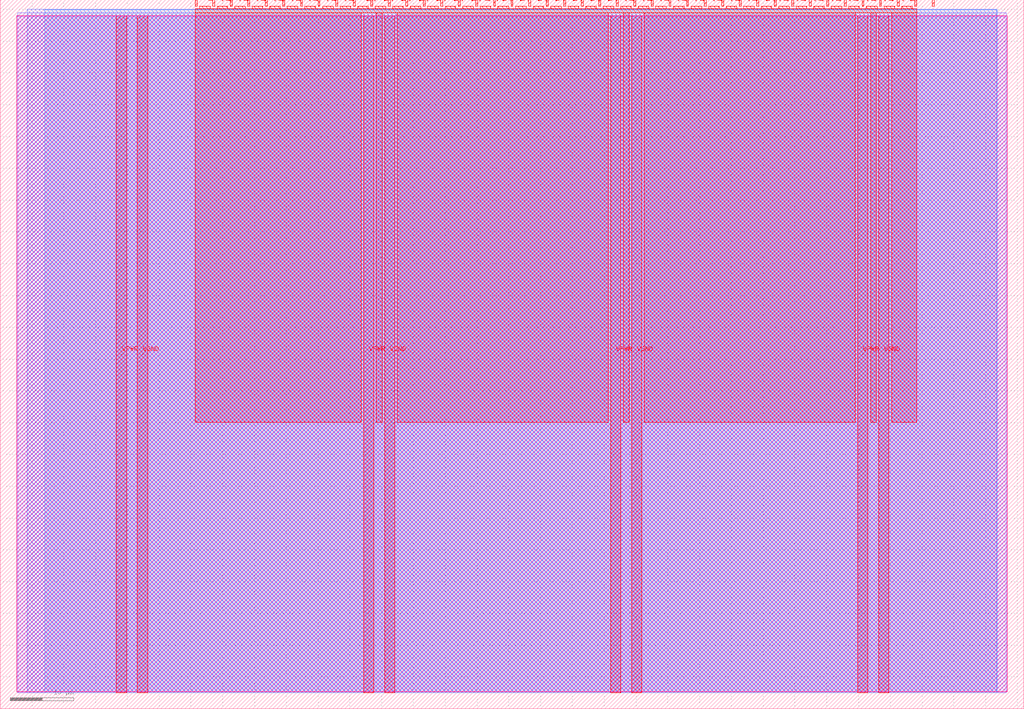
<source format=lef>
VERSION 5.7 ;
  NOWIREEXTENSIONATPIN ON ;
  DIVIDERCHAR "/" ;
  BUSBITCHARS "[]" ;
MACRO tt_um_urish_simon
  CLASS BLOCK ;
  FOREIGN tt_um_urish_simon ;
  ORIGIN 0.000 0.000 ;
  SIZE 161.000 BY 111.520 ;
  PIN VGND
    DIRECTION INOUT ;
    USE GROUND ;
    PORT
      LAYER met4 ;
        RECT 21.580 2.480 23.180 109.040 ;
    END
    PORT
      LAYER met4 ;
        RECT 60.450 2.480 62.050 109.040 ;
    END
    PORT
      LAYER met4 ;
        RECT 99.320 2.480 100.920 109.040 ;
    END
    PORT
      LAYER met4 ;
        RECT 138.190 2.480 139.790 109.040 ;
    END
  END VGND
  PIN VPWR
    DIRECTION INOUT ;
    USE POWER ;
    PORT
      LAYER met4 ;
        RECT 18.280 2.480 19.880 109.040 ;
    END
    PORT
      LAYER met4 ;
        RECT 57.150 2.480 58.750 109.040 ;
    END
    PORT
      LAYER met4 ;
        RECT 96.020 2.480 97.620 109.040 ;
    END
    PORT
      LAYER met4 ;
        RECT 134.890 2.480 136.490 109.040 ;
    END
  END VPWR
  PIN clk
    DIRECTION INPUT ;
    USE SIGNAL ;
    ANTENNAGATEAREA 0.196500 ;
    PORT
      LAYER met4 ;
        RECT 143.830 110.520 144.130 111.520 ;
    END
  END clk
  PIN ena
    DIRECTION INPUT ;
    USE SIGNAL ;
    PORT
      LAYER met4 ;
        RECT 146.590 110.520 146.890 111.520 ;
    END
  END ena
  PIN rst_n
    DIRECTION INPUT ;
    USE SIGNAL ;
    ANTENNAGATEAREA 0.196500 ;
    PORT
      LAYER met4 ;
        RECT 141.070 110.520 141.370 111.520 ;
    END
  END rst_n
  PIN ui_in[0]
    DIRECTION INPUT ;
    USE SIGNAL ;
    ANTENNAGATEAREA 0.126000 ;
    PORT
      LAYER met4 ;
        RECT 138.310 110.520 138.610 111.520 ;
    END
  END ui_in[0]
  PIN ui_in[1]
    DIRECTION INPUT ;
    USE SIGNAL ;
    ANTENNAGATEAREA 0.213000 ;
    PORT
      LAYER met4 ;
        RECT 135.550 110.520 135.850 111.520 ;
    END
  END ui_in[1]
  PIN ui_in[2]
    DIRECTION INPUT ;
    USE SIGNAL ;
    ANTENNAGATEAREA 0.196500 ;
    PORT
      LAYER met4 ;
        RECT 132.790 110.520 133.090 111.520 ;
    END
  END ui_in[2]
  PIN ui_in[3]
    DIRECTION INPUT ;
    USE SIGNAL ;
    ANTENNAGATEAREA 0.126000 ;
    PORT
      LAYER met4 ;
        RECT 130.030 110.520 130.330 111.520 ;
    END
  END ui_in[3]
  PIN ui_in[4]
    DIRECTION INPUT ;
    USE SIGNAL ;
    ANTENNAGATEAREA 0.196500 ;
    PORT
      LAYER met4 ;
        RECT 127.270 110.520 127.570 111.520 ;
    END
  END ui_in[4]
  PIN ui_in[5]
    DIRECTION INPUT ;
    USE SIGNAL ;
    PORT
      LAYER met4 ;
        RECT 124.510 110.520 124.810 111.520 ;
    END
  END ui_in[5]
  PIN ui_in[6]
    DIRECTION INPUT ;
    USE SIGNAL ;
    PORT
      LAYER met4 ;
        RECT 121.750 110.520 122.050 111.520 ;
    END
  END ui_in[6]
  PIN ui_in[7]
    DIRECTION INPUT ;
    USE SIGNAL ;
    ANTENNAGATEAREA 0.213000 ;
    PORT
      LAYER met4 ;
        RECT 118.990 110.520 119.290 111.520 ;
    END
  END ui_in[7]
  PIN uio_in[0]
    DIRECTION INPUT ;
    USE SIGNAL ;
    PORT
      LAYER met4 ;
        RECT 116.230 110.520 116.530 111.520 ;
    END
  END uio_in[0]
  PIN uio_in[1]
    DIRECTION INPUT ;
    USE SIGNAL ;
    PORT
      LAYER met4 ;
        RECT 113.470 110.520 113.770 111.520 ;
    END
  END uio_in[1]
  PIN uio_in[2]
    DIRECTION INPUT ;
    USE SIGNAL ;
    PORT
      LAYER met4 ;
        RECT 110.710 110.520 111.010 111.520 ;
    END
  END uio_in[2]
  PIN uio_in[3]
    DIRECTION INPUT ;
    USE SIGNAL ;
    PORT
      LAYER met4 ;
        RECT 107.950 110.520 108.250 111.520 ;
    END
  END uio_in[3]
  PIN uio_in[4]
    DIRECTION INPUT ;
    USE SIGNAL ;
    PORT
      LAYER met4 ;
        RECT 105.190 110.520 105.490 111.520 ;
    END
  END uio_in[4]
  PIN uio_in[5]
    DIRECTION INPUT ;
    USE SIGNAL ;
    PORT
      LAYER met4 ;
        RECT 102.430 110.520 102.730 111.520 ;
    END
  END uio_in[5]
  PIN uio_in[6]
    DIRECTION INPUT ;
    USE SIGNAL ;
    PORT
      LAYER met4 ;
        RECT 99.670 110.520 99.970 111.520 ;
    END
  END uio_in[6]
  PIN uio_in[7]
    DIRECTION INPUT ;
    USE SIGNAL ;
    PORT
      LAYER met4 ;
        RECT 96.910 110.520 97.210 111.520 ;
    END
  END uio_in[7]
  PIN uio_oe[0]
    DIRECTION OUTPUT ;
    USE SIGNAL ;
    PORT
      LAYER met4 ;
        RECT 49.990 110.520 50.290 111.520 ;
    END
  END uio_oe[0]
  PIN uio_oe[1]
    DIRECTION OUTPUT ;
    USE SIGNAL ;
    PORT
      LAYER met4 ;
        RECT 47.230 110.520 47.530 111.520 ;
    END
  END uio_oe[1]
  PIN uio_oe[2]
    DIRECTION OUTPUT ;
    USE SIGNAL ;
    PORT
      LAYER met4 ;
        RECT 44.470 110.520 44.770 111.520 ;
    END
  END uio_oe[2]
  PIN uio_oe[3]
    DIRECTION OUTPUT ;
    USE SIGNAL ;
    PORT
      LAYER met4 ;
        RECT 41.710 110.520 42.010 111.520 ;
    END
  END uio_oe[3]
  PIN uio_oe[4]
    DIRECTION OUTPUT ;
    USE SIGNAL ;
    PORT
      LAYER met4 ;
        RECT 38.950 110.520 39.250 111.520 ;
    END
  END uio_oe[4]
  PIN uio_oe[5]
    DIRECTION OUTPUT ;
    USE SIGNAL ;
    PORT
      LAYER met4 ;
        RECT 36.190 110.520 36.490 111.520 ;
    END
  END uio_oe[5]
  PIN uio_oe[6]
    DIRECTION OUTPUT ;
    USE SIGNAL ;
    PORT
      LAYER met4 ;
        RECT 33.430 110.520 33.730 111.520 ;
    END
  END uio_oe[6]
  PIN uio_oe[7]
    DIRECTION OUTPUT ;
    USE SIGNAL ;
    PORT
      LAYER met4 ;
        RECT 30.670 110.520 30.970 111.520 ;
    END
  END uio_oe[7]
  PIN uio_out[0]
    DIRECTION OUTPUT ;
    USE SIGNAL ;
    ANTENNADIFFAREA 0.445500 ;
    PORT
      LAYER met4 ;
        RECT 72.070 110.520 72.370 111.520 ;
    END
  END uio_out[0]
  PIN uio_out[1]
    DIRECTION OUTPUT ;
    USE SIGNAL ;
    ANTENNADIFFAREA 0.445500 ;
    PORT
      LAYER met4 ;
        RECT 69.310 110.520 69.610 111.520 ;
    END
  END uio_out[1]
  PIN uio_out[2]
    DIRECTION OUTPUT ;
    USE SIGNAL ;
    ANTENNADIFFAREA 0.445500 ;
    PORT
      LAYER met4 ;
        RECT 66.550 110.520 66.850 111.520 ;
    END
  END uio_out[2]
  PIN uio_out[3]
    DIRECTION OUTPUT ;
    USE SIGNAL ;
    ANTENNADIFFAREA 0.445500 ;
    PORT
      LAYER met4 ;
        RECT 63.790 110.520 64.090 111.520 ;
    END
  END uio_out[3]
  PIN uio_out[4]
    DIRECTION OUTPUT ;
    USE SIGNAL ;
    ANTENNADIFFAREA 0.445500 ;
    PORT
      LAYER met4 ;
        RECT 61.030 110.520 61.330 111.520 ;
    END
  END uio_out[4]
  PIN uio_out[5]
    DIRECTION OUTPUT ;
    USE SIGNAL ;
    ANTENNADIFFAREA 0.445500 ;
    PORT
      LAYER met4 ;
        RECT 58.270 110.520 58.570 111.520 ;
    END
  END uio_out[5]
  PIN uio_out[6]
    DIRECTION OUTPUT ;
    USE SIGNAL ;
    ANTENNADIFFAREA 0.445500 ;
    PORT
      LAYER met4 ;
        RECT 55.510 110.520 55.810 111.520 ;
    END
  END uio_out[6]
  PIN uio_out[7]
    DIRECTION OUTPUT ;
    USE SIGNAL ;
    PORT
      LAYER met4 ;
        RECT 52.750 110.520 53.050 111.520 ;
    END
  END uio_out[7]
  PIN uo_out[0]
    DIRECTION OUTPUT ;
    USE SIGNAL ;
    ANTENNAGATEAREA 0.247500 ;
    ANTENNADIFFAREA 0.445500 ;
    PORT
      LAYER met4 ;
        RECT 94.150 110.520 94.450 111.520 ;
    END
  END uo_out[0]
  PIN uo_out[1]
    DIRECTION OUTPUT ;
    USE SIGNAL ;
    ANTENNAGATEAREA 0.247500 ;
    ANTENNADIFFAREA 0.445500 ;
    PORT
      LAYER met4 ;
        RECT 91.390 110.520 91.690 111.520 ;
    END
  END uo_out[1]
  PIN uo_out[2]
    DIRECTION OUTPUT ;
    USE SIGNAL ;
    ANTENNAGATEAREA 0.247500 ;
    ANTENNADIFFAREA 0.445500 ;
    PORT
      LAYER met4 ;
        RECT 88.630 110.520 88.930 111.520 ;
    END
  END uo_out[2]
  PIN uo_out[3]
    DIRECTION OUTPUT ;
    USE SIGNAL ;
    ANTENNAGATEAREA 0.247500 ;
    ANTENNADIFFAREA 0.445500 ;
    PORT
      LAYER met4 ;
        RECT 85.870 110.520 86.170 111.520 ;
    END
  END uo_out[3]
  PIN uo_out[4]
    DIRECTION OUTPUT ;
    USE SIGNAL ;
    ANTENNADIFFAREA 0.445500 ;
    PORT
      LAYER met4 ;
        RECT 83.110 110.520 83.410 111.520 ;
    END
  END uo_out[4]
  PIN uo_out[5]
    DIRECTION OUTPUT ;
    USE SIGNAL ;
    ANTENNADIFFAREA 0.445500 ;
    PORT
      LAYER met4 ;
        RECT 80.350 110.520 80.650 111.520 ;
    END
  END uo_out[5]
  PIN uo_out[6]
    DIRECTION OUTPUT ;
    USE SIGNAL ;
    ANTENNADIFFAREA 0.445500 ;
    PORT
      LAYER met4 ;
        RECT 77.590 110.520 77.890 111.520 ;
    END
  END uo_out[6]
  PIN uo_out[7]
    DIRECTION OUTPUT ;
    USE SIGNAL ;
    ANTENNADIFFAREA 0.445500 ;
    PORT
      LAYER met4 ;
        RECT 74.830 110.520 75.130 111.520 ;
    END
  END uo_out[7]
  OBS
      LAYER nwell ;
        RECT 2.570 2.635 158.430 108.990 ;
      LAYER li1 ;
        RECT 2.760 2.635 158.240 108.885 ;
      LAYER met1 ;
        RECT 2.760 2.480 158.240 109.440 ;
      LAYER met2 ;
        RECT 4.240 2.535 156.770 110.005 ;
      LAYER met3 ;
        RECT 6.965 2.555 156.795 109.985 ;
      LAYER met4 ;
        RECT 31.370 110.120 33.030 110.520 ;
        RECT 34.130 110.120 35.790 110.520 ;
        RECT 36.890 110.120 38.550 110.520 ;
        RECT 39.650 110.120 41.310 110.520 ;
        RECT 42.410 110.120 44.070 110.520 ;
        RECT 45.170 110.120 46.830 110.520 ;
        RECT 47.930 110.120 49.590 110.520 ;
        RECT 50.690 110.120 52.350 110.520 ;
        RECT 53.450 110.120 55.110 110.520 ;
        RECT 56.210 110.120 57.870 110.520 ;
        RECT 58.970 110.120 60.630 110.520 ;
        RECT 61.730 110.120 63.390 110.520 ;
        RECT 64.490 110.120 66.150 110.520 ;
        RECT 67.250 110.120 68.910 110.520 ;
        RECT 70.010 110.120 71.670 110.520 ;
        RECT 72.770 110.120 74.430 110.520 ;
        RECT 75.530 110.120 77.190 110.520 ;
        RECT 78.290 110.120 79.950 110.520 ;
        RECT 81.050 110.120 82.710 110.520 ;
        RECT 83.810 110.120 85.470 110.520 ;
        RECT 86.570 110.120 88.230 110.520 ;
        RECT 89.330 110.120 90.990 110.520 ;
        RECT 92.090 110.120 93.750 110.520 ;
        RECT 94.850 110.120 96.510 110.520 ;
        RECT 97.610 110.120 99.270 110.520 ;
        RECT 100.370 110.120 102.030 110.520 ;
        RECT 103.130 110.120 104.790 110.520 ;
        RECT 105.890 110.120 107.550 110.520 ;
        RECT 108.650 110.120 110.310 110.520 ;
        RECT 111.410 110.120 113.070 110.520 ;
        RECT 114.170 110.120 115.830 110.520 ;
        RECT 116.930 110.120 118.590 110.520 ;
        RECT 119.690 110.120 121.350 110.520 ;
        RECT 122.450 110.120 124.110 110.520 ;
        RECT 125.210 110.120 126.870 110.520 ;
        RECT 127.970 110.120 129.630 110.520 ;
        RECT 130.730 110.120 132.390 110.520 ;
        RECT 133.490 110.120 135.150 110.520 ;
        RECT 136.250 110.120 137.910 110.520 ;
        RECT 139.010 110.120 140.670 110.520 ;
        RECT 141.770 110.120 143.430 110.520 ;
        RECT 30.655 109.440 144.145 110.120 ;
        RECT 30.655 45.055 56.750 109.440 ;
        RECT 59.150 45.055 60.050 109.440 ;
        RECT 62.450 45.055 95.620 109.440 ;
        RECT 98.020 45.055 98.920 109.440 ;
        RECT 101.320 45.055 134.490 109.440 ;
        RECT 136.890 45.055 137.790 109.440 ;
        RECT 140.190 45.055 144.145 109.440 ;
  END
END tt_um_urish_simon
END LIBRARY


</source>
